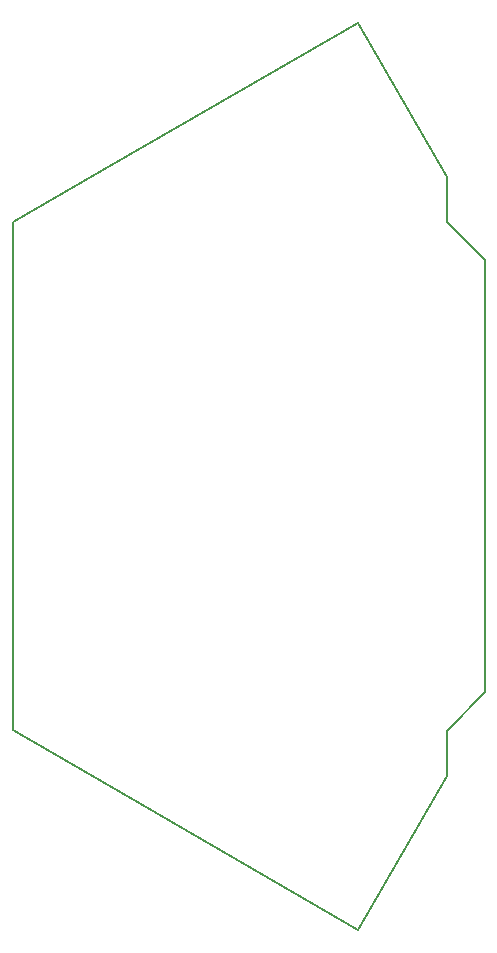
<source format=gm1>
G04*
G04 #@! TF.GenerationSoftware,Altium Limited,Altium Designer,18.1.9 (240)*
G04*
G04 Layer_Color=16711935*
%FSLAX43Y43*%
%MOMM*%
G71*
G01*
G75*
%ADD12C,0.127*%
D12*
X34000Y16000D02*
X34000Y9216D01*
X30750Y5966D02*
X34000Y9216D01*
X30750Y2153D02*
Y5966D01*
X-6000Y6000D02*
X2660Y1000D01*
X30750Y2153D02*
Y5966D01*
X2660Y1000D02*
X23228Y-10875D01*
X30750Y2153D01*
X23228Y65875D02*
X30750Y52847D01*
X2660Y54000D02*
X23228Y65875D01*
X30750Y49034D02*
Y52847D01*
Y49034D02*
X34000Y45784D01*
Y42500D02*
Y45784D01*
Y16000D02*
Y42500D01*
X-6000Y49000D02*
X2660Y54000D01*
X-6000Y49000D02*
X-6000Y6000D01*
M02*

</source>
